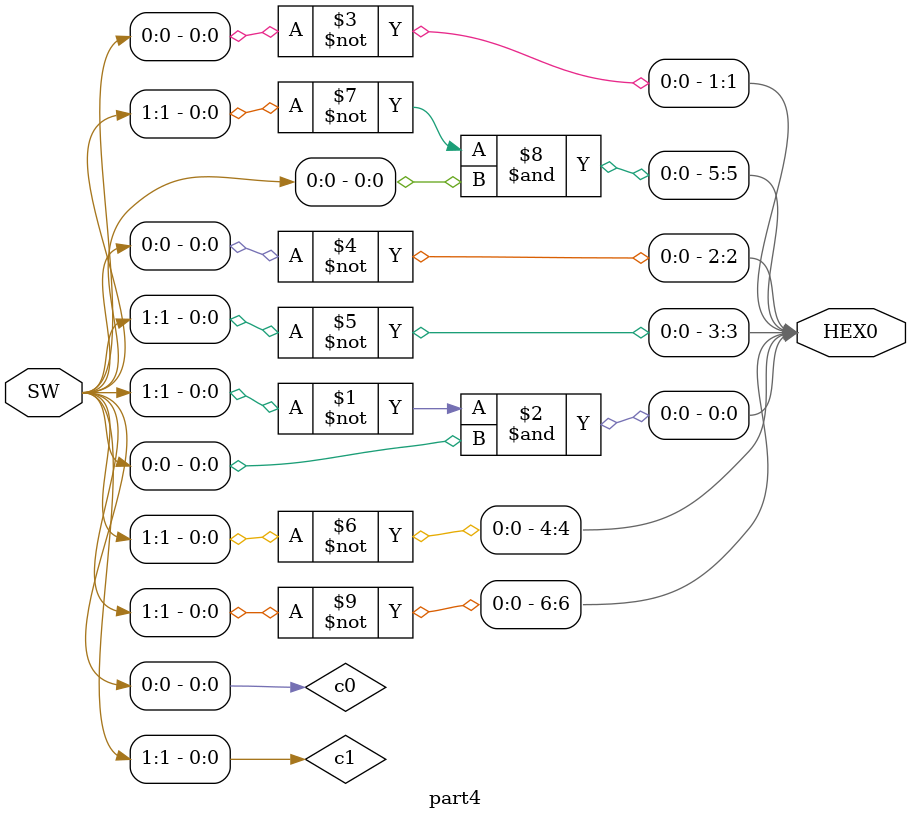
<source format=v>
module part4 (SW, HEX0);
	input [0:1]SW;
	output [0:6] HEX0;
	wire c1, c0;
	
	assign c1 = SW[1];
	assign c0 = SW[0];
	
	assign HEX0[0] = ~c1 & c0; 
	assign HEX0[1] = ~c0;
	assign HEX0[2] = ~c0;
	assign HEX0[3] = ~c1;
	assign HEX0[4] = ~c1;
	assign HEX0[5] = ~c1 & c0;
	assign HEX0[6] = ~c1;

endmodule
	
</source>
